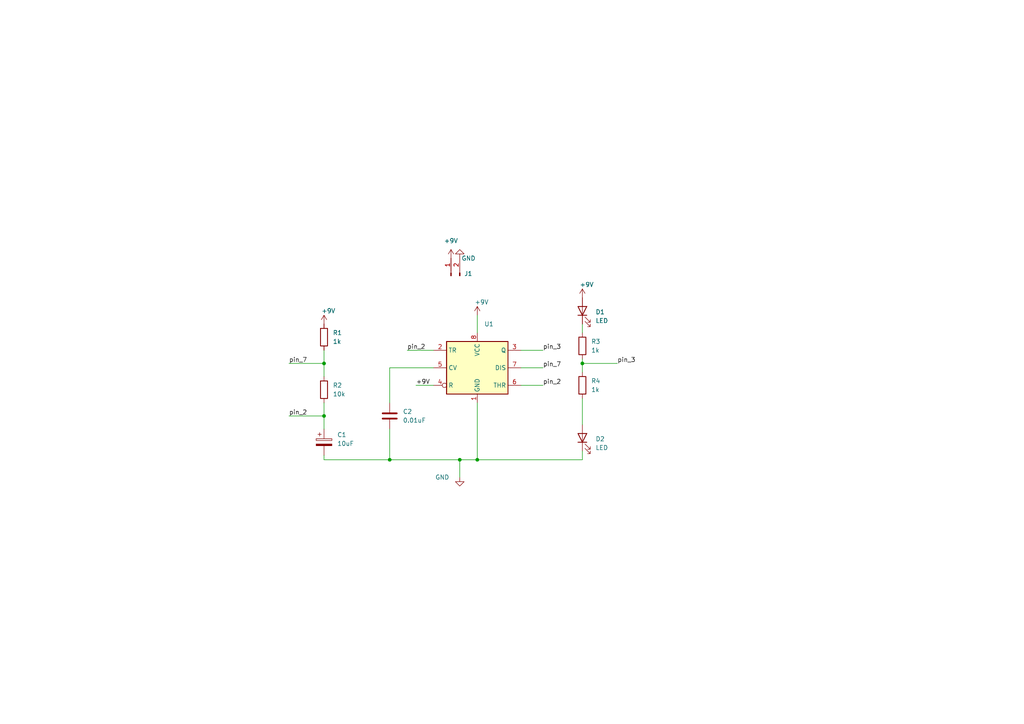
<source format=kicad_sch>
(kicad_sch (version 20211123) (generator eeschema)
  (paper "A4")
  (lib_symbols
    (symbol "Connector:Conn_01x02_Male" (pin_names (offset 1.016) hide)
      (property "Reference" "J" (at 0 2.54 0))
      (property "Value" "Conn_01x02_Male" (at 0 -5.08 0))
      (symbol "Conn_01x02_Male_1_1"
        (polyline (pts (xy 1.27 -2.54) (xy 0.8636 -2.54)) (stroke (width 0.1524)))
        (polyline (pts (xy 1.27 0) (xy 0.8636 0)) (stroke (width 0.1524)))
        (rectangle (start 0.8636 -2.413) (end 0 -2.667) (stroke (width 0.1524)) (fill (type outline)))
        (rectangle (start 0.8636 0.127) (end 0 -0.127) (stroke (width 0.1524)) (fill (type outline)))
        (pin passive line (at 5.08 0 180) (length 3.81) (name "Pin_1") (number "1"))
        (pin passive line (at 5.08 -2.54 180) (length 3.81) (name "Pin_2") (number "2"))
      )
    )
    (symbol "Device:C" (pin_numbers hide) (pin_names (offset 0.254))
      (property "Reference" "C" (at 0.635 2.54 0))
      (property "Value" "C" (at 0.635 -2.54 0))
      (symbol "C_0_1"
        (polyline (pts (xy -2.032 -0.762) (xy 2.032 -0.762)) (stroke (width 0.508)))
        (polyline (pts (xy -2.032 0.762) (xy 2.032 0.762)) (stroke (width 0.508)))
      )
      (symbol "C_1_1"
        (pin passive line (at 0 3.81 270) (length 2.794) (name "~") (number "1"))
        (pin passive line (at 0 -3.81 90) (length 2.794) (name "~") (number "2"))
      )
    )
    (symbol "Device:C_Polarized" (pin_numbers hide) (pin_names (offset 0.254))
      (property "Reference" "C" (at 0.635 2.54 0))
      (property "Value" "C_Polarized" (at 0.635 -2.54 0))
      (symbol "C_Polarized_0_1"
        (rectangle (start -2.286 0.508) (end 2.286 1.016))
        (polyline (pts (xy -1.778 2.286) (xy -0.762 2.286)))
        (polyline (pts (xy -1.27 2.794) (xy -1.27 1.778)))
        (rectangle (start 2.286 -0.508) (end -2.286 -1.016) (fill (type outline)))
      )
      (symbol "C_Polarized_1_1"
        (pin passive line (at 0 3.81 270) (length 2.794) (name "~") (number "1"))
        (pin passive line (at 0 -3.81 90) (length 2.794) (name "~") (number "2"))
      )
    )
    (symbol "Device:LED" (pin_numbers hide) (pin_names (offset 1.016) hide)
      (property "Reference" "D" (at 0 2.54 0))
      (property "Value" "LED" (at 0 -2.54 0))
      (symbol "LED_0_1"
        (polyline (pts (xy -1.27 -1.27) (xy -1.27 1.27)) (stroke (width 0.254)))
        (polyline (pts (xy -1.27 0) (xy 1.27 0)))
        (polyline (pts (xy 1.27 -1.27) (xy 1.27 1.27) (xy -1.27 0) (xy 1.27 -1.27)) (stroke (width 0.254)))
        (polyline (pts (xy -3.048 -0.762) (xy -4.572 -2.286) (xy -3.81 -2.286) (xy -4.572 -2.286) (xy -4.572 -1.524)))
        (polyline (pts (xy -1.778 -0.762) (xy -3.302 -2.286) (xy -2.54 -2.286) (xy -3.302 -2.286) (xy -3.302 -1.524)))
      )
      (symbol "LED_1_1"
        (pin passive line (at -3.81 0 0) (length 2.54) (name "K") (number "1"))
        (pin passive line (at 3.81 0 180) (length 2.54) (name "A") (number "2"))
      )
    )
    (symbol "Device:R" (pin_numbers hide) (pin_names (offset 0))
      (property "Reference" "R" (at 2.032 0 90))
      (property "Value" "R" (at 0 0 90))
      (symbol "R_0_1"
        (rectangle (start -1.016 -2.54) (end 1.016 2.54) (stroke (width 0.254)))
      )
      (symbol "R_1_1"
        (pin passive line (at 0 3.81 270) (length 1.27) (name "~") (number "1"))
        (pin passive line (at 0 -3.81 90) (length 1.27) (name "~") (number "2"))
      )
    )
    (symbol "Timer:NE555D"
      (property "Reference" "U1" (at 2.0194 12.7 0))
      (symbol "NE555D_0_0"
        (pin power_in line (at 0 -10.16 90) (length 2.54) (name "GND") (number "1"))
        (pin power_in line (at 0 10.16 270) (length 2.54) (name "VCC") (number "8"))
      )
      (symbol "NE555D_0_1"
        (rectangle (start -8.89 -7.62) (end 8.89 7.62) (stroke (width 0.254)) (fill (type background)))
        (rectangle (start -8.89 -7.62) (end 8.89 7.62) (stroke (width 0.254)) (fill (type background)))
      )
      (symbol "NE555D_1_1"
        (pin input line (at -12.7 5.08 0) (length 3.81) (name "TR") (number "2"))
        (pin output line (at 12.7 5.08 180) (length 3.81) (name "Q") (number "3"))
        (pin input inverted (at -12.7 -5.08 0) (length 3.81) (name "R") (number "4"))
        (pin input line (at -12.7 0 0) (length 3.81) (name "CV") (number "5"))
        (pin input line (at 12.7 -5.08 180) (length 3.81) (name "THR") (number "6"))
        (pin input line (at 12.7 0 180) (length 3.81) (name "DIS") (number "7"))
      )
    )
    (symbol "power:+9V" (power) (pin_names (offset 0))
      (property "Value" "+9V" (at 0 3.556 0))
      (symbol "+9V_0_1"
        (polyline (pts (xy -0.762 1.27) (xy 0 2.54)))
        (polyline (pts (xy 0 0) (xy 0 2.54)))
        (polyline (pts (xy 0 2.54) (xy 0.762 1.27)))
      )
      (symbol "+9V_1_1"
        (pin power_in line (at 0 0 90) (length 0) hide (name "+9V") (number "1"))
      )
    )
    (symbol "power:GND" (power) (pin_names (offset 0))
      (property "Value" "GND" (at 0 -3.81 0))
      (symbol "GND_0_1"
        (polyline (pts (xy 0 0) (xy 0 -1.27) (xy 1.27 -1.27) (xy 0 -2.54) (xy -1.27 -1.27) (xy 0 -1.27)))
      )
      (symbol "GND_1_1"
        (pin power_in line (at 0 0 270) (length 0) hide (name "GND") (number "1"))
      )
    )
  )
  (junction (at 133.35 133.35))
  (junction (at 168.91 105.41))
  (junction (at 138.43 133.35))
  (junction (at 93.98 120.65))
  (junction (at 113.03 133.35))
  (junction (at 93.98 105.41))
  (wire (pts (xy 93.98 120.65) (xy 93.98 124.46)))
  (wire (pts (xy 113.03 106.68) (xy 113.03 116.84)))
  (wire (pts (xy 133.35 138.43) (xy 133.35 133.35)))
  (wire (pts (xy 133.35 133.35) (xy 113.03 133.35)))
  (wire (pts (xy 168.91 130.81) (xy 168.91 133.35)))
  (wire (pts (xy 125.73 106.68) (xy 113.03 106.68)))
  (wire (pts (xy 120.65 111.76) (xy 125.73 111.76)))
  (wire (pts (xy 168.91 105.41) (xy 179.07 105.41)))
  (wire (pts (xy 138.43 116.84) (xy 138.43 133.35)))
  (wire (pts (xy 168.91 133.35) (xy 138.43 133.35)))
  (wire (pts (xy 151.13 111.76) (xy 157.48 111.76)))
  (wire (pts (xy 93.98 132.08) (xy 93.98 133.35)))
  (wire (pts (xy 151.13 106.68) (xy 157.48 106.68)))
  (wire (pts (xy 93.98 105.41) (xy 93.98 109.22)))
  (wire (pts (xy 168.91 104.14) (xy 168.91 105.41)))
  (wire (pts (xy 93.98 116.84) (xy 93.98 120.65)))
  (wire (pts (xy 138.43 91.44) (xy 138.43 96.52)))
  (wire (pts (xy 83.82 105.41) (xy 93.98 105.41)))
  (wire (pts (xy 168.91 115.57) (xy 168.91 123.19)))
  (wire (pts (xy 113.03 124.46) (xy 113.03 133.35)))
  (wire (pts (xy 93.98 101.6) (xy 93.98 105.41)))
  (wire (pts (xy 151.13 101.6) (xy 157.48 101.6)))
  (wire (pts (xy 83.82 120.65) (xy 93.98 120.65)))
  (wire (pts (xy 168.91 93.98) (xy 168.91 96.52)))
  (wire (pts (xy 138.43 133.35) (xy 133.35 133.35)))
  (wire (pts (xy 93.98 133.35) (xy 113.03 133.35)))
  (wire (pts (xy 118.11 101.6) (xy 125.73 101.6)))
  (wire (pts (xy 168.91 105.41) (xy 168.91 107.95)))
  (label "pin_3" (at 179.07 105.41 0))
  (label "pin_7" (at 83.82 105.41 0))
  (label "pin_2" (at 157.48 111.76 0))
  (label "pin_2" (at 118.11 101.6 0))
  (label "+9V" (at 120.65 111.76 0))
  (label "pin_7" (at 157.48 106.68 0))
  (label "pin_2" (at 83.82 120.65 0))
  (label "pin_3" (at 157.48 101.6 0))
  (symbol (lib_id "Device:R") (at 168.91 111.76 0) (unit 1)
    (property "Reference" "R4" (at 171.45 110.4899 0) (effects (justify left)))
    (property "Value" "1k" (at 171.45 113.0299 0) (effects (justify left)))
  )
  (symbol (lib_id "power:+9V") (at 93.98 93.98 0) (unit 1)
    (property "Reference" "#PWR?" (effects hide))
    (property "Value" "+9V" (at 95.25 90.17 0))
  )
  (symbol (lib_id "power:+9V") (at 130.81 74.93 0) (unit 1)
    (property "Reference" "#PWR?" (effects hide))
    (property "Value" "+9V" (at 130.81 69.85 0))
  )
  (symbol (lib_id "power:+9V") (at 138.43 91.44 0) (unit 1)
    (property "Reference" "#PWR?" (effects hide))
    (property "Value" "+9V" (at 139.7 87.63 0))
  )
  (symbol (lib_id "Device:C_Polarized") (at 93.98 128.27 0) (unit 1)
    (property "Reference" "C1" (at 97.79 126.1109 0) (effects (justify left)))
    (property "Value" "10uF" (at 97.79 128.6509 0) (effects (justify left)))
  )
  (symbol (lib_id "Timer:NE555D") (at 138.43 106.68 0) (unit 1)
    (property "Reference" "U1" (at 140.4494 93.98 0) (effects (justify left)))
    (property "Value" "NE555D" (effects hide))
    (property "Footprint" "Package_SO:SOIC-8_3.9x4.9mm_P1.27mm" (effects hide))
    (property "Datasheet" "http://www.ti.com/lit/ds/symlink/ne555.pdf" (effects hide))
  )
  (symbol (lib_id "Device:LED") (at 168.91 90.17 90) (unit 1)
    (property "Reference" "D1" (at 172.72 90.4874 90) (effects (justify right)))
    (property "Value" "LED" (at 172.72 93.0274 90) (effects (justify right)))
  )
  (symbol (lib_id "power:GND") (at 133.35 74.93 180) (unit 1)
    (property "Reference" "#PWR?" (effects hide))
    (property "Value" "GND" (at 135.89 74.93 0))
  )
  (symbol (lib_id "Device:R") (at 93.98 97.79 0) (unit 1)
    (property "Reference" "R1" (at 96.52 96.5199 0) (effects (justify left)))
    (property "Value" "1k" (at 96.52 99.0599 0) (effects (justify left)))
  )
  (symbol (lib_id "power:GND") (at 133.35 138.43 0) (unit 1)
    (property "Reference" "#PWR?" (effects hide))
    (property "Value" "GND" (at 128.27 138.43 0))
  )
  (symbol (lib_id "Connector:Conn_01x02_Male") (at 130.81 80.01 90) (unit 1)
    (property "Reference" "J1" (at 134.62 79.3749 90) (effects (justify right)))
    (property "Value" "Conn_01x02_Male" (effects hide))
  )
  (symbol (lib_id "Device:R") (at 168.91 100.33 0) (unit 1)
    (property "Reference" "R3" (at 171.45 99.0599 0) (effects (justify left)))
    (property "Value" "1k" (at 171.45 101.5999 0) (effects (justify left)))
  )
  (symbol (lib_id "Device:LED") (at 168.91 127 90) (unit 1)
    (property "Reference" "D2" (at 172.72 127.3174 90) (effects (justify right)))
    (property "Value" "LED" (at 172.72 129.8574 90) (effects (justify right)))
  )
  (symbol (lib_id "Device:C") (at 113.03 120.65 0) (unit 1)
    (property "Reference" "C2" (at 116.84 119.3799 0) (effects (justify left)))
    (property "Value" "0.01uF" (at 116.84 121.9199 0) (effects (justify left)))
  )
  (symbol (lib_id "power:+9V") (at 168.91 86.36 0) (unit 1)
    (property "Reference" "#PWR?" (effects hide))
    (property "Value" "+9V" (at 170.18 82.55 0))
  )
  (symbol (lib_id "Device:R") (at 93.98 113.03 0) (unit 1)
    (property "Reference" "R2" (at 96.52 111.7599 0) (effects (justify left)))
    (property "Value" "10k" (at 96.52 114.2999 0) (effects (justify left)))
  )
)
</source>
